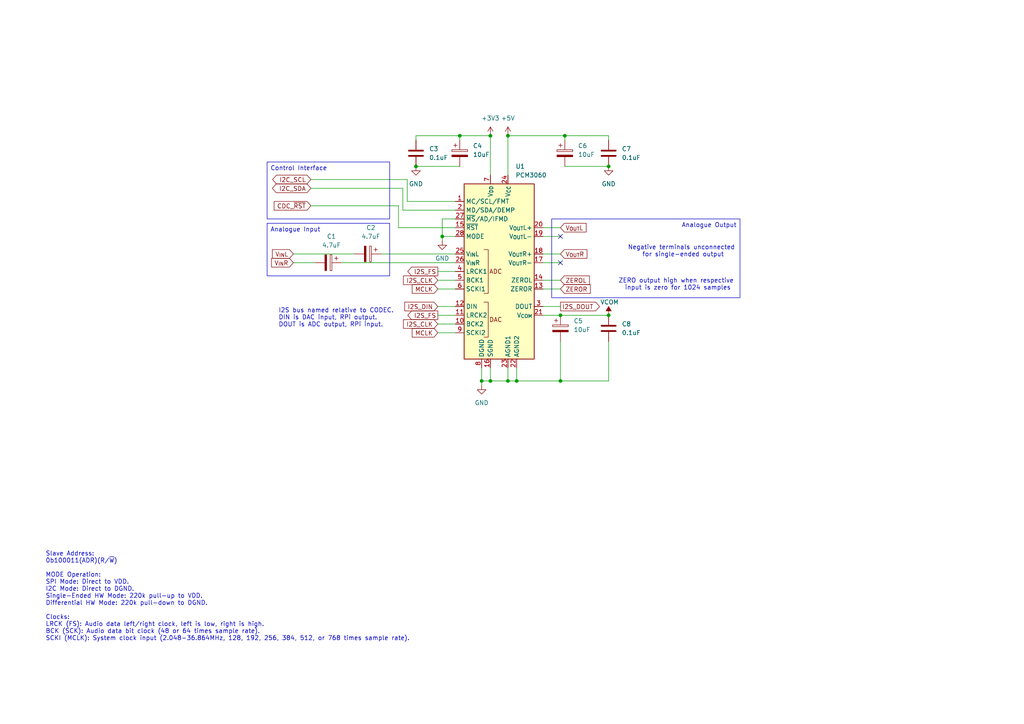
<source format=kicad_sch>
(kicad_sch (version 20231120) (generator "eeschema") (generator_version "8.0")
  (paper "A4")
  (lib_symbols
    (symbol "Audio:PCM3060"
      (property "Reference" "U" (at -9.398 26.67 0))
      (property "Value" "PCM3060" (at 8.89 26.67 0))
      (symbol "PCM3060_0_1"
        (rectangle (start -10.16 25.4) (end 10.16 -25.4) (stroke (width 0.254)) (fill (type background)))
        (polyline (pts (xy -4.445 -8.89) (xy -3.175 -8.89) (xy -3.175 -19.05) (xy -4.445 -19.05)))
        (polyline (pts (xy -4.445 -6.35) (xy -3.175 -6.35) (xy -3.175 6.35) (xy -4.445 6.35)))
      )
      (symbol "PCM3060_1_1"
        (text "ADC" (at -1.016 0 0) (effects (font (size 1.27 1.27))))
        (text "DAC" (at -1.016 -13.97 0) (effects (font (size 1.27 1.27))))
        (pin input line (at -12.7 20.32 0) (length 2.54) (name "MC/SCL/FMT") (number "1"))
        (pin bidirectional line (at -12.7 -15.24 0) (length 2.54) (name "BCK2") (number "10"))
        (pin bidirectional line (at -12.7 -12.7 0) (length 2.54) (name "LRCK2") (number "11"))
        (pin input line (at -12.7 -10.16 0) (length 2.54) (name "DIN") (number "12"))
        (pin output line (at 12.7 -5.08 180) (length 2.54) (name "ZEROR") (number "13"))
        (pin output line (at 12.7 -2.54 180) (length 2.54) (name "ZEROL") (number "14"))
        (pin input line (at -12.7 12.7 0) (length 2.54) (name "~{RST}") (number "15"))
        (pin power_in line (at -2.54 -27.94 90) (length 2.54) (name "SGND") (number "16"))
        (pin output line (at 12.7 2.54 180) (length 2.54) (name "V_{OUT}R-") (number "17"))
        (pin output line (at 12.7 5.08 180) (length 2.54) (name "V_{OUT}R+") (number "18"))
        (pin output line (at 12.7 10.16 180) (length 2.54) (name "V_{OUT}L-") (number "19"))
        (pin bidirectional line (at -12.7 17.78 0) (length 2.54) (name "MD/SDA/DEMP") (number "2"))
        (pin output line (at 12.7 12.7 180) (length 2.54) (name "V_{OUT}L+") (number "20"))
        (pin output line (at 12.7 -12.7 180) (length 2.54) (name "V_{COM}") (number "21"))
        (pin power_in line (at 5.08 -27.94 90) (length 2.54) (name "AGND2") (number "22"))
        (pin power_in line (at 2.54 -27.94 90) (length 2.54) (name "AGND1") (number "23"))
        (pin power_in line (at 2.54 27.94 270) (length 2.54) (name "V_{CC}") (number "24"))
        (pin input line (at -12.7 5.08 0) (length 2.54) (name "V_{IN}L") (number "25"))
        (pin input line (at -12.7 2.54 0) (length 2.54) (name "V_{IN}R") (number "26"))
        (pin input line (at -12.7 15.24 0) (length 2.54) (name "~{MS}/AD/IFMD") (number "27"))
        (pin input line (at -12.7 10.16 0) (length 2.54) (name "MODE") (number "28"))
        (pin output line (at 12.7 -10.16 180) (length 2.54) (name "DOUT") (number "3"))
        (pin bidirectional line (at -12.7 0 0) (length 2.54) (name "LRCK1") (number "4"))
        (pin bidirectional line (at -12.7 -2.54 0) (length 2.54) (name "BCK1") (number "5"))
        (pin input line (at -12.7 -5.08 0) (length 2.54) (name "SCKI1") (number "6"))
        (pin power_in line (at -2.54 27.94 270) (length 2.54) (name "V_{DD}") (number "7"))
        (pin power_in line (at -5.08 -27.94 90) (length 2.54) (name "DGND") (number "8"))
        (pin input line (at -12.7 -17.78 0) (length 2.54) (name "SCKI2") (number "9"))
      )
    )
    (symbol "Device:C" (pin_numbers hide) (pin_names (offset 0.254))
      (property "Reference" "C" (at 0.635 2.54 0))
      (property "Value" "C" (at 0.635 -2.54 0))
      (symbol "C_0_1"
        (polyline (pts (xy -2.032 -0.762) (xy 2.032 -0.762)) (stroke (width 0.508)))
        (polyline (pts (xy -2.032 0.762) (xy 2.032 0.762)) (stroke (width 0.508)))
      )
      (symbol "C_1_1"
        (pin passive line (at 0 3.81 270) (length 2.794) (name "~") (number "1"))
        (pin passive line (at 0 -3.81 90) (length 2.794) (name "~") (number "2"))
      )
    )
    (symbol "Device:C_Polarized" (pin_numbers hide) (pin_names (offset 0.254))
      (property "Reference" "C" (at 0.635 2.54 0))
      (property "Value" "C_Polarized" (at 0.635 -2.54 0))
      (symbol "C_Polarized_0_1"
        (rectangle (start -2.286 0.508) (end 2.286 1.016))
        (polyline (pts (xy -1.778 2.286) (xy -0.762 2.286)))
        (polyline (pts (xy -1.27 2.794) (xy -1.27 1.778)))
        (rectangle (start 2.286 -0.508) (end -2.286 -1.016) (fill (type outline)))
      )
      (symbol "C_Polarized_1_1"
        (pin passive line (at 0 3.81 270) (length 2.794) (name "~") (number "1"))
        (pin passive line (at 0 -3.81 90) (length 2.794) (name "~") (number "2"))
      )
    )
    (symbol "power:+3V3" (power) (pin_numbers hide) (pin_names (offset 0) hide)
      (property "Value" "+3V3" (at 0 3.556 0))
      (symbol "+3V3_0_1"
        (polyline (pts (xy -0.762 1.27) (xy 0 2.54)))
        (polyline (pts (xy 0 0) (xy 0 2.54)))
        (polyline (pts (xy 0 2.54) (xy 0.762 1.27)))
      )
      (symbol "+3V3_1_1"
        (pin power_in line (at 0 0 90) (length 0) (name "~") (number "1"))
      )
    )
    (symbol "power:+5V" (power) (pin_numbers hide) (pin_names (offset 0) hide)
      (property "Value" "+5V" (at 0 3.556 0))
      (symbol "+5V_0_1"
        (polyline (pts (xy -0.762 1.27) (xy 0 2.54)))
        (polyline (pts (xy 0 0) (xy 0 2.54)))
        (polyline (pts (xy 0 2.54) (xy 0.762 1.27)))
      )
      (symbol "+5V_1_1"
        (pin power_in line (at 0 0 90) (length 0) (name "~") (number "1"))
      )
    )
    (symbol "power:GND" (power) (pin_numbers hide) (pin_names (offset 0) hide)
      (property "Value" "GND" (at 0 -3.81 0))
      (symbol "GND_0_1"
        (polyline (pts (xy 0 0) (xy 0 -1.27) (xy 1.27 -1.27) (xy 0 -2.54) (xy -1.27 -1.27) (xy 0 -1.27)))
      )
      (symbol "GND_1_1"
        (pin power_in line (at 0 0 270) (length 0) (name "~") (number "1"))
      )
    )
    (symbol "power:VCOM" (power) (pin_numbers hide) (pin_names (offset 0) hide)
      (property "Value" "VCOM" (at 0 3.556 0))
      (symbol "VCOM_0_1"
        (polyline (pts (xy 0 0) (xy 0 2.54)))
        (polyline (pts (xy 0.762 1.27) (xy -0.762 1.27) (xy 0 2.54) (xy 0.762 1.27)) (fill (type outline)))
      )
      (symbol "VCOM_1_1"
        (pin power_in line (at 0 0 90) (length 0) (name "~") (number "1"))
      )
    )
  )
  (junction (at 147.32 39.37))
  (junction (at 142.24 39.37))
  (junction (at 128.27 68.58))
  (junction (at 120.65 48.26))
  (junction (at 162.56 110.49))
  (junction (at 147.32 110.49))
  (junction (at 142.24 110.49))
  (junction (at 149.86 110.49))
  (junction (at 176.53 91.44))
  (junction (at 133.35 39.37))
  (junction (at 162.56 91.44))
  (junction (at 163.83 39.37))
  (junction (at 176.53 48.26))
  (junction (at 139.7 110.49))
  (no_connect (at 162.56 68.58))
  (no_connect (at 162.56 76.2))
  (wire (pts (xy 162.56 76.2) (xy 157.48 76.2)))
  (wire (pts (xy 85.09 76.2) (xy 91.44 76.2)))
  (wire (pts (xy 176.53 39.37) (xy 176.53 40.64)))
  (wire (pts (xy 118.11 52.07) (xy 118.11 58.42)))
  (wire (pts (xy 90.17 54.61) (xy 116.84 54.61)))
  (wire (pts (xy 127 78.74) (xy 132.08 78.74)))
  (wire (pts (xy 127 83.82) (xy 132.08 83.82)))
  (wire (pts (xy 132.08 63.5) (xy 128.27 63.5)))
  (wire (pts (xy 115.57 66.04) (xy 132.08 66.04)))
  (wire (pts (xy 116.84 54.61) (xy 116.84 60.96)))
  (wire (pts (xy 133.35 39.37) (xy 142.24 39.37)))
  (wire (pts (xy 157.48 81.28) (xy 162.56 81.28)))
  (wire (pts (xy 120.65 48.26) (xy 133.35 48.26)))
  (wire (pts (xy 157.48 83.82) (xy 162.56 83.82)))
  (wire (pts (xy 147.32 106.68) (xy 147.32 110.49)))
  (wire (pts (xy 139.7 110.49) (xy 142.24 110.49)))
  (wire (pts (xy 99.06 76.2) (xy 132.08 76.2)))
  (wire (pts (xy 110.49 73.66) (xy 132.08 73.66)))
  (wire (pts (xy 162.56 91.44) (xy 176.53 91.44)))
  (wire (pts (xy 118.11 58.42) (xy 132.08 58.42)))
  (wire (pts (xy 157.48 88.9) (xy 162.56 88.9)))
  (wire (pts (xy 120.65 39.37) (xy 120.65 40.64)))
  (wire (pts (xy 157.48 73.66) (xy 162.56 73.66)))
  (wire (pts (xy 133.35 39.37) (xy 133.35 40.64)))
  (wire (pts (xy 85.09 73.66) (xy 102.87 73.66)))
  (wire (pts (xy 176.53 110.49) (xy 176.53 99.06)))
  (wire (pts (xy 127 96.52) (xy 132.08 96.52)))
  (wire (pts (xy 157.48 91.44) (xy 162.56 91.44)))
  (wire (pts (xy 147.32 110.49) (xy 142.24 110.49)))
  (wire (pts (xy 162.56 110.49) (xy 162.56 99.06)))
  (wire (pts (xy 149.86 110.49) (xy 149.86 106.68)))
  (wire (pts (xy 139.7 110.49) (xy 139.7 111.76)))
  (wire (pts (xy 162.56 110.49) (xy 176.53 110.49)))
  (wire (pts (xy 116.84 60.96) (xy 132.08 60.96)))
  (wire (pts (xy 163.83 39.37) (xy 163.83 40.64)))
  (wire (pts (xy 157.48 66.04) (xy 162.56 66.04)))
  (wire (pts (xy 128.27 68.58) (xy 132.08 68.58)))
  (wire (pts (xy 128.27 63.5) (xy 128.27 68.58)))
  (wire (pts (xy 127 91.44) (xy 132.08 91.44)))
  (wire (pts (xy 147.32 110.49) (xy 149.86 110.49)))
  (wire (pts (xy 115.57 59.69) (xy 115.57 66.04)))
  (wire (pts (xy 142.24 39.37) (xy 142.24 50.8)))
  (wire (pts (xy 139.7 106.68) (xy 139.7 110.49)))
  (wire (pts (xy 176.53 48.26) (xy 163.83 48.26)))
  (wire (pts (xy 127 88.9) (xy 132.08 88.9)))
  (wire (pts (xy 147.32 39.37) (xy 147.32 50.8)))
  (wire (pts (xy 90.17 52.07) (xy 118.11 52.07)))
  (wire (pts (xy 163.83 39.37) (xy 176.53 39.37)))
  (wire (pts (xy 128.27 68.58) (xy 128.27 69.85)))
  (wire (pts (xy 142.24 110.49) (xy 142.24 106.68)))
  (wire (pts (xy 147.32 39.37) (xy 163.83 39.37)))
  (wire (pts (xy 90.17 59.69) (xy 115.57 59.69)))
  (wire (pts (xy 127 81.28) (xy 132.08 81.28)))
  (wire (pts (xy 133.35 39.37) (xy 120.65 39.37)))
  (wire (pts (xy 162.56 68.58) (xy 157.48 68.58)))
  (wire (pts (xy 149.86 110.49) (xy 162.56 110.49)))
  (wire (pts (xy 127 93.98) (xy 132.08 93.98)))
  (text_box "Control Interface" (at 77.47 46.99 0) (size 35.56 16.51) (effects (font (size 1.27 1.27)) (justify left top)))
  (text_box "Analogue Output" (at 160.02 63.5 0) (size 54.61 22.86) (effects (font (size 1.27 1.27)) (justify right top)))
  (text_box "Analogue Input" (at 77.47 64.77 0) (size 35.56 15.24) (effects (font (size 1.27 1.27)) (justify left top)))
  (text "Slave Address:\n0b100011(ADR)(R/~{W})\n\nMODE Operation:\nSPI Mode: Direct to VDD.\nI2C Mode: Direct to DGND.\nSingle-Ended HW Mode: 220k pull-up to VDD.\nDifferential HW Mode: 220k pull-down to DGND.\n\nClocks:\nLRCK (FS): Audio data left/right clock, left is low, right is high.\nBCK (SCK): Audio data bit clock (48 or 64 times sample rate).\nSCKI (MCLK): System clock input (2.048-36.864MHz, 128, 192, 256, 384, 512, or 768 times sample rate)." (at 13.208 172.974 0) (effects (font (size 1.27 1.27)) (justify left)))
  (text "Negative terminals unconnected \nfor single-ended output" (at 198.12 72.898 0) (effects (font (size 1.27 1.27))))
  (text "ZERO output high when respective \ninput is zero for 1024 samples" (at 196.596 82.55 0) (effects (font (size 1.27 1.27))))
  (text "I2S bus named relative to CODEC.\nDIN is DAC input, RPi output.\nDOUT is ADC output, RPi input." (at 80.772 92.202 0) (effects (font (size 1.27 1.27)) (justify left)))
  (global_label "V_{OUT}L" (shape input) (at 162.56 66.04 0) (property "Intersheetrefs" "${INTERSHEET_REFS}" (effects (hide yes))))
  (global_label "I2S_FS" (shape output) (at 127 91.44 180) (property "Intersheetrefs" "${INTERSHEET_REFS}" (effects (hide yes))))
  (global_label "V_{OUT}R" (shape input) (at 162.56 73.66 0) (property "Intersheetrefs" "${INTERSHEET_REFS}" (effects (hide yes))))
  (global_label "MCLK" (shape input) (at 127 96.52 180) (property "Intersheetrefs" "${INTERSHEET_REFS}" (effects (hide yes))))
  (global_label "ZEROL" (shape input) (at 162.56 81.28 0) (property "Intersheetrefs" "${INTERSHEET_REFS}" (effects (hide yes))))
  (global_label "I2C_SCL" (shape bidirectional) (at 90.17 52.07 180) (property "Intersheetrefs" "${INTERSHEET_REFS}" (effects (hide yes))))
  (global_label "I2C_SDA" (shape bidirectional) (at 90.17 54.61 180) (property "Intersheetrefs" "${INTERSHEET_REFS}" (effects (hide yes))))
  (global_label "MCLK" (shape input) (at 127 83.82 180) (property "Intersheetrefs" "${INTERSHEET_REFS}" (effects (hide yes))))
  (global_label "CDC_~{RST}" (shape input) (at 90.17 59.69 180) (property "Intersheetrefs" "${INTERSHEET_REFS}" (effects (hide yes))))
  (global_label "I2S_DIN" (shape input) (at 127 88.9 180) (property "Intersheetrefs" "${INTERSHEET_REFS}" (effects (hide yes))))
  (global_label "I2S_DOUT" (shape output) (at 162.56 88.9 0) (property "Intersheetrefs" "${INTERSHEET_REFS}" (effects (hide yes))))
  (global_label "V_{IN}R" (shape input) (at 85.09 76.2 180) (property "Intersheetrefs" "${INTERSHEET_REFS}" (effects (hide yes))))
  (global_label "I2S_CLK" (shape input) (at 127 81.28 180) (property "Intersheetrefs" "${INTERSHEET_REFS}" (effects (hide yes))))
  (global_label "V_{IN}L" (shape input) (at 85.09 73.66 180) (property "Intersheetrefs" "${INTERSHEET_REFS}" (effects (hide yes))))
  (global_label "I2S_FS" (shape output) (at 127 78.74 180) (property "Intersheetrefs" "${INTERSHEET_REFS}" (effects (hide yes))))
  (global_label "ZEROR" (shape input) (at 162.56 83.82 0) (property "Intersheetrefs" "${INTERSHEET_REFS}" (effects (hide yes))))
  (global_label "I2S_CLK" (shape input) (at 127 93.98 180) (property "Intersheetrefs" "${INTERSHEET_REFS}" (effects (hide yes))))
  (symbol (lib_id "Device:C") (at 120.65 44.45 0) (unit 1)
    (property "Reference" "C3" (at 124.46 43.1799 0) (effects (justify left)))
    (property "Value" "0.1uF" (at 124.46 45.7199 0) (effects (justify left)))
    (property "Description" "Unpolarized capacitor" (effects (hide yes)))
  )
  (symbol (lib_id "Device:C_Polarized") (at 162.56 95.25 0) (unit 1)
    (property "Reference" "C5" (at 166.37 93.0909 0) (effects (justify left)))
    (property "Value" "10uF" (at 166.37 95.6309 0) (effects (justify left)))
    (property "Description" "Polarized capacitor" (effects (hide yes)))
  )
  (symbol (lib_id "Device:C") (at 176.53 44.45 0) (unit 1)
    (property "Reference" "C7" (at 180.34 43.1799 0) (effects (justify left)))
    (property "Value" "0.1uF" (at 180.34 45.7199 0) (effects (justify left)))
    (property "Description" "Unpolarized capacitor" (effects (hide yes)))
  )
  (symbol (lib_id "Device:C_Polarized") (at 95.25 76.2 270) (unit 1)
    (property "Reference" "C1" (at 96.139 68.58 90))
    (property "Value" "4.7uF" (at 96.139 71.12 90))
    (property "Description" "Polarized capacitor" (effects (hide yes)))
  )
  (symbol (lib_id "Audio:PCM3060") (at 144.78 78.74 0) (unit 1)
    (property "Reference" "U1" (at 149.5141 48.26 0) (effects (justify left)))
    (property "Value" "PCM3060" (at 149.5141 50.8 0) (effects (justify left)))
    (property "Footprint" "Package_SO:TSSOP-28_4.4x9.7mm_P0.65mm" (effects (hide yes)))
    (property "Datasheet" "https://www.ti.com/lit/gpn/pcm3060" (effects (hide yes)))
    (property "Description" "24-bit Asynchronous Stereo Audio Codec with 96/192kHz sampling rate, TSSOP-28" (effects (hide yes)))
  )
  (symbol (lib_id "Device:C") (at 176.53 95.25 0) (unit 1)
    (property "Reference" "C8" (at 180.34 93.9799 0) (effects (justify left)))
    (property "Value" "0.1uF" (at 180.34 96.5199 0) (effects (justify left)))
    (property "Description" "Unpolarized capacitor" (effects (hide yes)))
  )
  (symbol (lib_id "power:GND") (at 120.65 48.26 0) (unit 1)
    (property "Reference" "#PWR01" (effects (hide yes)))
    (property "Value" "GND" (at 120.65 53.34 0))
    (property "Description" "Power symbol creates a global label with name \"GND\" , ground" (effects (hide yes)))
  )
  (symbol (lib_id "Device:C_Polarized") (at 133.35 44.45 0) (unit 1)
    (property "Reference" "C4" (at 137.16 42.2909 0) (effects (justify left)))
    (property "Value" "10uF" (at 137.16 44.8309 0) (effects (justify left)))
    (property "Description" "Polarized capacitor" (effects (hide yes)))
  )
  (symbol (lib_id "power:GND") (at 128.27 69.85 0) (unit 1)
    (property "Reference" "#PWR02" (effects (hide yes)))
    (property "Value" "GND" (at 128.27 74.93 0))
    (property "Description" "Power symbol creates a global label with name \"GND\" , ground" (effects (hide yes)))
  )
  (symbol (lib_id "Device:C_Polarized") (at 106.68 73.66 270) (unit 1)
    (property "Reference" "C2" (at 107.569 66.04 90))
    (property "Value" "4.7uF" (at 107.569 68.58 90))
    (property "Description" "Polarized capacitor" (effects (hide yes)))
  )
  (symbol (lib_id "power:+5V") (at 147.32 39.37 0) (unit 1)
    (property "Reference" "#PWR09" (effects (hide yes)))
    (property "Value" "+5V" (at 147.32 34.29 0))
    (property "Description" "Power symbol creates a global label with name \"+5V\"" (effects (hide yes)))
  )
  (symbol (lib_id "power:GND") (at 139.7 111.76 0) (unit 1)
    (property "Reference" "#PWR07" (effects (hide yes)))
    (property "Value" "GND" (at 139.7 116.84 0))
    (property "Description" "Power symbol creates a global label with name \"GND\" , ground" (effects (hide yes)))
  )
  (symbol (lib_id "Device:C_Polarized") (at 163.83 44.45 0) (unit 1)
    (property "Reference" "C6" (at 167.64 42.2909 0) (effects (justify left)))
    (property "Value" "10uF" (at 167.64 44.8309 0) (effects (justify left)))
    (property "Description" "Polarized capacitor" (effects (hide yes)))
  )
  (symbol (lib_id "power:+3V3") (at 142.24 39.37 0) (unit 1)
    (property "Reference" "#PWR08" (effects (hide yes)))
    (property "Value" "+3V3" (at 142.24 34.29 0))
    (property "Description" "Power symbol creates a global label with name \"+3V3\"" (effects (hide yes)))
  )
  (symbol (lib_id "power:VCOM") (at 176.53 91.44 0) (unit 1)
    (property "Reference" "#PWR043" (effects (hide yes)))
    (property "Value" "VCOM" (at 176.784 87.63 0))
    (property "Description" "Power symbol creates a global label with name \"VCOM\"" (effects (hide yes)))
  )
  (symbol (lib_id "power:GND") (at 176.53 48.26 0) (unit 1)
    (property "Reference" "#PWR010" (effects (hide yes)))
    (property "Value" "GND" (at 176.53 53.34 0))
    (property "Description" "Power symbol creates a global label with name \"GND\" , ground" (effects (hide yes)))
  )
)
</source>
